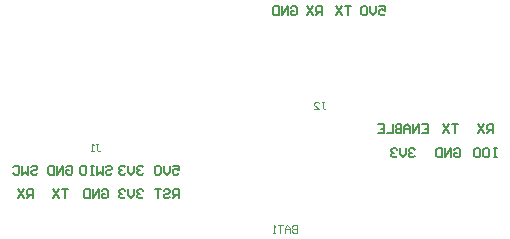
<source format=gbr>
%TF.GenerationSoftware,Altium Limited,Altium Designer,20.1.8 (145)*%
G04 Layer_Color=65535*
%FSLAX45Y45*%
%MOMM*%
%TF.SameCoordinates,98D083CD-8668-4ABA-A521-F4C8EB5CE2D3*%
%TF.FilePolarity,Positive*%
%TF.FileFunction,Legend,Bot*%
%TF.Part,Single*%
G01*
G75*
%TA.AperFunction,NonConductor*%
%ADD36C,0.15240*%
%ADD37C,0.10160*%
D36*
X3300783Y2291416D02*
X3351567D01*
Y2253328D01*
X3326175Y2266024D01*
X3313479D01*
X3300783Y2253328D01*
Y2227936D01*
X3313479Y2215240D01*
X3338871D01*
X3351567Y2227936D01*
X3275391Y2291416D02*
Y2240632D01*
X3250000Y2215240D01*
X3224608Y2240632D01*
Y2291416D01*
X3199216Y2278720D02*
X3186520Y2291416D01*
X3161128D01*
X3148433Y2278720D01*
Y2227936D01*
X3161128Y2215240D01*
X3186520D01*
X3199216Y2227936D01*
Y2278720D01*
X3063480Y2291415D02*
X3012696D01*
X3038088D01*
Y2215240D01*
X2987304Y2291415D02*
X2936521Y2215240D01*
Y2291415D02*
X2987304Y2215240D01*
X2813480D02*
Y2291415D01*
X2775392D01*
X2762696Y2278719D01*
Y2253328D01*
X2775392Y2240632D01*
X2813480D01*
X2788088D02*
X2762696Y2215240D01*
X2737304Y2291415D02*
X2686521Y2215240D01*
Y2291415D02*
X2737304Y2215240D01*
X2550784Y2278719D02*
X2563479Y2291415D01*
X2588871D01*
X2601567Y2278719D01*
Y2227936D01*
X2588871Y2215240D01*
X2563479D01*
X2550784Y2227936D01*
Y2253328D01*
X2576175D01*
X2525392Y2215240D02*
Y2291415D01*
X2474608Y2215240D01*
Y2291415D01*
X2449216D02*
Y2215240D01*
X2411129D01*
X2398433Y2227936D01*
Y2278719D01*
X2411129Y2291415D01*
X2449216D01*
X3601567Y1078719D02*
X3588871Y1091415D01*
X3563479D01*
X3550783Y1078719D01*
Y1066024D01*
X3563479Y1053328D01*
X3576175D01*
X3563479D01*
X3550783Y1040632D01*
Y1027936D01*
X3563479Y1015240D01*
X3588871D01*
X3601567Y1027936D01*
X3525391Y1091415D02*
Y1040632D01*
X3500000Y1015240D01*
X3474608Y1040632D01*
Y1091415D01*
X3449216Y1078719D02*
X3436520Y1091415D01*
X3411128D01*
X3398433Y1078719D01*
Y1066024D01*
X3411128Y1053328D01*
X3423824D01*
X3411128D01*
X3398433Y1040632D01*
Y1027936D01*
X3411128Y1015240D01*
X3436520D01*
X3449216Y1027936D01*
X3933976Y1078719D02*
X3946672Y1091415D01*
X3972064D01*
X3984760Y1078719D01*
Y1027936D01*
X3972064Y1015240D01*
X3946672D01*
X3933976Y1027936D01*
Y1053328D01*
X3959368D01*
X3908585Y1015240D02*
Y1091415D01*
X3857801Y1015240D01*
Y1091415D01*
X3832409D02*
Y1015240D01*
X3794321D01*
X3781626Y1027936D01*
Y1078719D01*
X3794321Y1091415D01*
X3832409D01*
X4295219D02*
X4269827D01*
X4282523D01*
Y1015240D01*
X4295219D01*
X4269827D01*
X4193652Y1091415D02*
X4219043D01*
X4231739Y1078719D01*
Y1027936D01*
X4219043Y1015240D01*
X4193652D01*
X4180956Y1027936D01*
Y1078719D01*
X4193652Y1091415D01*
X4155564Y1078719D02*
X4142868Y1091415D01*
X4117476D01*
X4104780Y1078719D01*
Y1027936D01*
X4117476Y1015240D01*
X4142868D01*
X4155564Y1027936D01*
Y1078719D01*
X4263479Y1215240D02*
Y1291416D01*
X4225391D01*
X4212696Y1278720D01*
Y1253328D01*
X4225391Y1240632D01*
X4263479D01*
X4238087D02*
X4212696Y1215240D01*
X4187304Y1291416D02*
X4136520Y1215240D01*
Y1291416D02*
X4187304Y1215240D01*
X3963479Y1291416D02*
X3912696D01*
X3938087D01*
Y1215240D01*
X3887304Y1291416D02*
X3836520Y1215240D01*
Y1291416D02*
X3887304Y1215240D01*
X3665047Y1291416D02*
X3715830D01*
Y1215240D01*
X3665047D01*
X3715830Y1253328D02*
X3690438D01*
X3639655Y1215240D02*
Y1291416D01*
X3588871Y1215240D01*
Y1291416D01*
X3563479Y1215240D02*
Y1266024D01*
X3538087Y1291416D01*
X3512696Y1266024D01*
Y1215240D01*
Y1253328D01*
X3563479D01*
X3487304Y1291416D02*
Y1215240D01*
X3449216D01*
X3436520Y1227936D01*
Y1240632D01*
X3449216Y1253328D01*
X3487304D01*
X3449216D01*
X3436520Y1266024D01*
Y1278720D01*
X3449216Y1291416D01*
X3487304D01*
X3411129D02*
Y1215240D01*
X3360345D01*
X3284170Y1291416D02*
X3334953D01*
Y1215240D01*
X3284170D01*
X3334953Y1253328D02*
X3309561D01*
X350783Y928720D02*
X363479Y941415D01*
X388871D01*
X401567Y928720D01*
Y916024D01*
X388871Y903328D01*
X363479D01*
X350783Y890632D01*
Y877936D01*
X363479Y865240D01*
X388871D01*
X401567Y877936D01*
X325392Y941415D02*
Y865240D01*
X300000Y890632D01*
X274608Y865240D01*
Y941415D01*
X198433Y928720D02*
X211128Y941415D01*
X236520D01*
X249216Y928720D01*
Y877936D01*
X236520Y865240D01*
X211128D01*
X198433Y877936D01*
X650784Y928720D02*
X663479Y941415D01*
X688871D01*
X701567Y928720D01*
Y877936D01*
X688871Y865240D01*
X663479D01*
X650784Y877936D01*
Y903328D01*
X676175D01*
X625392Y865240D02*
Y941415D01*
X574608Y865240D01*
Y941415D01*
X549216D02*
Y865240D01*
X511129D01*
X498433Y877936D01*
Y928720D01*
X511129Y941415D01*
X549216D01*
X982523Y928720D02*
X995219Y941415D01*
X1020611D01*
X1033307Y928720D01*
Y916024D01*
X1020611Y903328D01*
X995219D01*
X982523Y890632D01*
Y877936D01*
X995219Y865240D01*
X1020611D01*
X1033307Y877936D01*
X957131Y941415D02*
Y865240D01*
X931740Y890632D01*
X906348Y865240D01*
Y941415D01*
X880956D02*
X855564D01*
X868260D01*
Y865240D01*
X880956D01*
X855564D01*
X779389Y941415D02*
X804781D01*
X817477Y928720D01*
Y877936D01*
X804781Y865240D01*
X779389D01*
X766693Y877936D01*
Y928720D01*
X779389Y941415D01*
X1301567Y928720D02*
X1288871Y941415D01*
X1263479D01*
X1250783Y928720D01*
Y916024D01*
X1263479Y903328D01*
X1276175D01*
X1263479D01*
X1250783Y890632D01*
Y877936D01*
X1263479Y865240D01*
X1288871D01*
X1301567Y877936D01*
X1225392Y941415D02*
Y890632D01*
X1200000Y865240D01*
X1174608Y890632D01*
Y941415D01*
X1149216Y928720D02*
X1136520Y941415D01*
X1111128D01*
X1098433Y928720D01*
Y916024D01*
X1111128Y903328D01*
X1123824D01*
X1111128D01*
X1098433Y890632D01*
Y877936D01*
X1111128Y865240D01*
X1136520D01*
X1149216Y877936D01*
X1550784Y941415D02*
X1601567D01*
Y903328D01*
X1576175Y916024D01*
X1563479D01*
X1550784Y903328D01*
Y877936D01*
X1563479Y865240D01*
X1588871D01*
X1601567Y877936D01*
X1525392Y941415D02*
Y890632D01*
X1500000Y865240D01*
X1474608Y890632D01*
Y941415D01*
X1449216Y928720D02*
X1436520Y941415D01*
X1411128D01*
X1398433Y928720D01*
Y877936D01*
X1411128Y865240D01*
X1436520D01*
X1449216Y877936D01*
Y928720D01*
X1601567Y665240D02*
Y741416D01*
X1563479D01*
X1550784Y728720D01*
Y703328D01*
X1563479Y690632D01*
X1601567D01*
X1576175D02*
X1550784Y665240D01*
X1474608Y728720D02*
X1487304Y741416D01*
X1512696D01*
X1525392Y728720D01*
Y716024D01*
X1512696Y703328D01*
X1487304D01*
X1474608Y690632D01*
Y677936D01*
X1487304Y665240D01*
X1512696D01*
X1525392Y677936D01*
X1449216Y741416D02*
X1398433D01*
X1423824D01*
Y665240D01*
X1301567Y728720D02*
X1288871Y741416D01*
X1263479D01*
X1250783Y728720D01*
Y716024D01*
X1263479Y703328D01*
X1276175D01*
X1263479D01*
X1250783Y690632D01*
Y677936D01*
X1263479Y665240D01*
X1288871D01*
X1301567Y677936D01*
X1225392Y741416D02*
Y690632D01*
X1200000Y665240D01*
X1174608Y690632D01*
Y741416D01*
X1149216Y728720D02*
X1136520Y741416D01*
X1111128D01*
X1098433Y728720D01*
Y716024D01*
X1111128Y703328D01*
X1123824D01*
X1111128D01*
X1098433Y690632D01*
Y677936D01*
X1111128Y665240D01*
X1136520D01*
X1149216Y677936D01*
X950783Y728720D02*
X963479Y741416D01*
X988871D01*
X1001567Y728720D01*
Y677936D01*
X988871Y665240D01*
X963479D01*
X950783Y677936D01*
Y703328D01*
X976175D01*
X925392Y665240D02*
Y741416D01*
X874608Y665240D01*
Y741416D01*
X849216D02*
Y665240D01*
X811128D01*
X798433Y677936D01*
Y728720D01*
X811128Y741416D01*
X849216D01*
X663479D02*
X612696D01*
X638088D01*
Y665240D01*
X587304Y741416D02*
X536521Y665240D01*
Y741416D02*
X587304Y665240D01*
X363479D02*
Y741416D01*
X325392D01*
X312696Y728720D01*
Y703328D01*
X325392Y690632D01*
X363479D01*
X338087D02*
X312696Y665240D01*
X287304Y741416D02*
X236520Y665240D01*
Y741416D02*
X287304Y665240D01*
D37*
X2810157Y1480470D02*
X2830470D01*
X2820313D01*
Y1429686D01*
X2830470Y1419530D01*
X2840627D01*
X2850783Y1429686D01*
X2749216Y1419530D02*
X2789843D01*
X2749216Y1460157D01*
Y1470313D01*
X2759373Y1480470D01*
X2779687D01*
X2789843Y1470313D01*
X900000Y1130470D02*
X920313D01*
X910157D01*
Y1079687D01*
X920313Y1069530D01*
X930470D01*
X940627Y1079687D01*
X879687Y1069530D02*
X859373D01*
X869530D01*
Y1130470D01*
X879687Y1120313D01*
X2602968Y436270D02*
Y375330D01*
X2572498D01*
X2562341Y385487D01*
Y395644D01*
X2572498Y405800D01*
X2602968D01*
X2572498D01*
X2562341Y415957D01*
Y426114D01*
X2572498Y436270D01*
X2602968D01*
X2542028Y375330D02*
Y415957D01*
X2521714Y436270D01*
X2501401Y415957D01*
Y375330D01*
Y405800D01*
X2542028D01*
X2481087Y436270D02*
X2440461D01*
X2460774D01*
Y375330D01*
X2420147D02*
X2399834D01*
X2409991D01*
Y436270D01*
X2420147Y426114D01*
%TF.MD5,acf1a7684a2000a8546b8728ce8a628d*%
M02*

</source>
